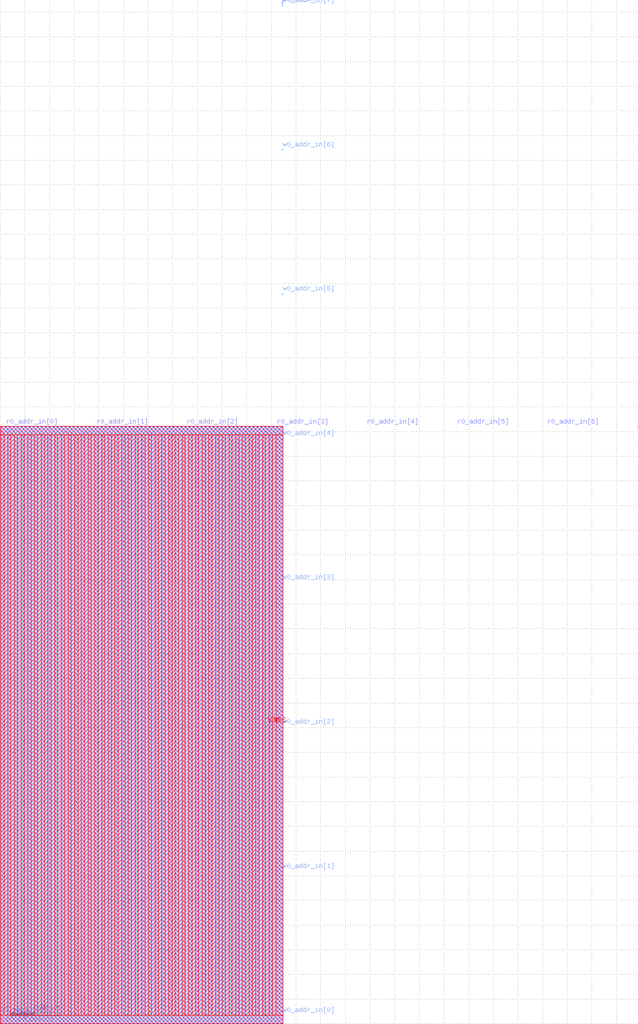
<source format=lef>
VERSION 5.7 ;
BUSBITCHARS "[]" ;
MACRO fakeram_1x256_1r1w
  FOREIGN fakeram_1x256_1r1w 0 0 ;
  SYMMETRY X Y R90 ;
  SIZE 229.540 BY 484.160 ;
  CLASS BLOCK ;
  PIN w0_mask_in[0]
    DIRECTION INPUT ;
    USE SIGNAL ;
    SHAPE ABUTMENT ;
    PORT
      LAYER met3 ;
      RECT 0.000 6.650 0.800 6.950 ;
    END
  END w0_mask_in[0]
  PIN w0_wd_in[0]
    DIRECTION INPUT ;
    USE SIGNAL ;
    SHAPE ABUTMENT ;
    PORT
      LAYER met3 ;
      RECT 0.000 7.330 0.800 7.630 ;
    END
  END w0_wd_in[0]
  PIN r0_rd_out[0]
    DIRECTION OUTPUT ;
    USE SIGNAL ;
    SHAPE ABUTMENT ;
    PORT
      LAYER met2 ;
      RECT 4.530 0.000 4.670 0.350 ;
    END
  END r0_rd_out[0]
  PIN w0_addr_in[0]
    DIRECTION INPUT ;
    USE SIGNAL ;
    SHAPE ABUTMENT ;
    PORT
      LAYER met3 ;
      RECT 228.740 6.650 229.540 6.950 ;
    END
  END w0_addr_in[0]
  PIN w0_addr_in[1]
    DIRECTION INPUT ;
    USE SIGNAL ;
    SHAPE ABUTMENT ;
    PORT
      LAYER met3 ;
      RECT 228.740 123.610 229.540 123.910 ;
    END
  END w0_addr_in[1]
  PIN w0_addr_in[2]
    DIRECTION INPUT ;
    USE SIGNAL ;
    SHAPE ABUTMENT ;
    PORT
      LAYER met3 ;
      RECT 228.740 240.570 229.540 240.870 ;
    END
  END w0_addr_in[2]
  PIN w0_addr_in[3]
    DIRECTION INPUT ;
    USE SIGNAL ;
    SHAPE ABUTMENT ;
    PORT
      LAYER met3 ;
      RECT 228.740 357.530 229.540 357.830 ;
    END
  END w0_addr_in[3]
  PIN w0_addr_in[4]
    DIRECTION INPUT ;
    USE SIGNAL ;
    SHAPE ABUTMENT ;
    PORT
      LAYER met3 ;
      RECT 228.740 474.490 229.540 474.790 ;
    END
  END w0_addr_in[4]
  PIN w0_addr_in[5]
    DIRECTION INPUT ;
    USE SIGNAL ;
    SHAPE ABUTMENT ;
    PORT
      LAYER met3 ;
      RECT 228.740 591.450 229.540 591.750 ;
    END
  END w0_addr_in[5]
  PIN w0_addr_in[6]
    DIRECTION INPUT ;
    USE SIGNAL ;
    SHAPE ABUTMENT ;
    PORT
      LAYER met3 ;
      RECT 228.740 708.410 229.540 708.710 ;
    END
  END w0_addr_in[6]
  PIN w0_addr_in[7]
    DIRECTION INPUT ;
    USE SIGNAL ;
    SHAPE ABUTMENT ;
    PORT
      LAYER met3 ;
      RECT 228.740 825.370 229.540 825.670 ;
    END
  END w0_addr_in[7]
  PIN r0_addr_in[0]
    DIRECTION INPUT ;
    USE SIGNAL ;
    SHAPE ABUTMENT ;
    PORT
      LAYER met2 ;
      RECT 4.530 483.810 4.670 484.160 ;
    END
  END r0_addr_in[0]
  PIN r0_addr_in[1]
    DIRECTION INPUT ;
    USE SIGNAL ;
    SHAPE ABUTMENT ;
    PORT
      LAYER met2 ;
      RECT 77.670 483.810 77.810 484.160 ;
    END
  END r0_addr_in[1]
  PIN r0_addr_in[2]
    DIRECTION INPUT ;
    USE SIGNAL ;
    SHAPE ABUTMENT ;
    PORT
      LAYER met2 ;
      RECT 150.810 483.810 150.950 484.160 ;
    END
  END r0_addr_in[2]
  PIN r0_addr_in[3]
    DIRECTION INPUT ;
    USE SIGNAL ;
    SHAPE ABUTMENT ;
    PORT
      LAYER met2 ;
      RECT 223.950 483.810 224.090 484.160 ;
    END
  END r0_addr_in[3]
  PIN r0_addr_in[4]
    DIRECTION INPUT ;
    USE SIGNAL ;
    SHAPE ABUTMENT ;
    PORT
      LAYER met2 ;
      RECT 297.090 483.810 297.230 484.160 ;
    END
  END r0_addr_in[4]
  PIN r0_addr_in[5]
    DIRECTION INPUT ;
    USE SIGNAL ;
    SHAPE ABUTMENT ;
    PORT
      LAYER met2 ;
      RECT 370.230 483.810 370.370 484.160 ;
    END
  END r0_addr_in[5]
  PIN r0_addr_in[6]
    DIRECTION INPUT ;
    USE SIGNAL ;
    SHAPE ABUTMENT ;
    PORT
      LAYER met2 ;
      RECT 443.370 483.810 443.510 484.160 ;
    END
  END r0_addr_in[6]
  PIN r0_addr_in[7]
    DIRECTION INPUT ;
    USE SIGNAL ;
    SHAPE ABUTMENT ;
    PORT
      LAYER met2 ;
      RECT 516.510 483.810 516.650 484.160 ;
    END
  END r0_addr_in[7]
  PIN w0_we_in
    DIRECTION INPUT ;
    USE SIGNAL ;
    SHAPE ABUTMENT ;
    PORT
      LAYER met3 ;
      RECT 228.740 826.730 229.540 827.030 ;
    END
  END w0_we_in
  PIN w0_ce_in
    DIRECTION INPUT ;
    USE SIGNAL ;
    SHAPE ABUTMENT ;
    PORT
      LAYER met3 ;
      RECT 228.740 828.090 229.540 828.390 ;
    END
  END w0_ce_in
  PIN w0_clk
    DIRECTION INPUT ;
    USE SIGNAL ;
    SHAPE ABUTMENT ;
    PORT
      LAYER met3 ;
      RECT 228.740 829.450 229.540 829.750 ;
    END
  END w0_clk
  PIN r0_ce_in
    DIRECTION INPUT ;
    USE SIGNAL ;
    SHAPE ABUTMENT ;
    PORT
      LAYER met2 ;
      RECT 516.970 483.810 517.110 484.160 ;
    END
  END r0_ce_in
  PIN r0_clk
    DIRECTION INPUT ;
    USE SIGNAL ;
    SHAPE ABUTMENT ;
    PORT
      LAYER met2 ;
      RECT 517.430 483.810 517.570 484.160 ;
    END
  END r0_clk
  PIN VSS
    DIRECTION INOUT ;
    USE GROUND ;
    PORT
      LAYER met4 ;
      RECT 3.240 6.800 5.960 477.360 ;
      RECT 14.120 6.800 16.840 477.360 ;
      RECT 25.000 6.800 27.720 477.360 ;
      RECT 35.880 6.800 38.600 477.360 ;
      RECT 46.760 6.800 49.480 477.360 ;
      RECT 57.640 6.800 60.360 477.360 ;
      RECT 68.520 6.800 71.240 477.360 ;
      RECT 79.400 6.800 82.120 477.360 ;
      RECT 90.280 6.800 93.000 477.360 ;
      RECT 101.160 6.800 103.880 477.360 ;
      RECT 112.040 6.800 114.760 477.360 ;
      RECT 122.920 6.800 125.640 477.360 ;
      RECT 133.800 6.800 136.520 477.360 ;
      RECT 144.680 6.800 147.400 477.360 ;
      RECT 155.560 6.800 158.280 477.360 ;
      RECT 166.440 6.800 169.160 477.360 ;
      RECT 177.320 6.800 180.040 477.360 ;
      RECT 188.200 6.800 190.920 477.360 ;
      RECT 199.080 6.800 201.800 477.360 ;
      RECT 209.960 6.800 212.680 477.360 ;
      RECT 220.840 6.800 223.560 477.360 ;
    END
  END VSS
  PIN VDD
    DIRECTION INOUT ;
    USE POWER ;
    PORT
      LAYER met4 ;
      RECT 8.680 6.800 11.400 477.360 ;
      RECT 19.560 6.800 22.280 477.360 ;
      RECT 30.440 6.800 33.160 477.360 ;
      RECT 41.320 6.800 44.040 477.360 ;
      RECT 52.200 6.800 54.920 477.360 ;
      RECT 63.080 6.800 65.800 477.360 ;
      RECT 73.960 6.800 76.680 477.360 ;
      RECT 84.840 6.800 87.560 477.360 ;
      RECT 95.720 6.800 98.440 477.360 ;
      RECT 106.600 6.800 109.320 477.360 ;
      RECT 117.480 6.800 120.200 477.360 ;
      RECT 128.360 6.800 131.080 477.360 ;
      RECT 139.240 6.800 141.960 477.360 ;
      RECT 150.120 6.800 152.840 477.360 ;
      RECT 161.000 6.800 163.720 477.360 ;
      RECT 171.880 6.800 174.600 477.360 ;
      RECT 182.760 6.800 185.480 477.360 ;
      RECT 193.640 6.800 196.360 477.360 ;
      RECT 204.520 6.800 207.240 477.360 ;
      RECT 215.400 6.800 218.120 477.360 ;
    END
  END VDD
  OBS
    LAYER met1 ;
    RECT 0 0 229.540 484.160 ;
    LAYER met2 ;
    RECT 0 0 229.540 484.160 ;
    LAYER met3 ;
    RECT 0.800 0 229.540 484.160 ;
    LAYER met4 ;
    RECT 0 0 229.540 6.800 ;
    RECT 0 477.360 229.540 484.160 ;
    RECT 0.000 6.800 3.240 477.360 ;
    RECT 5.960 6.800 8.680 477.360 ;
    RECT 11.400 6.800 14.120 477.360 ;
    RECT 16.840 6.800 19.560 477.360 ;
    RECT 22.280 6.800 25.000 477.360 ;
    RECT 27.720 6.800 30.440 477.360 ;
    RECT 33.160 6.800 35.880 477.360 ;
    RECT 38.600 6.800 41.320 477.360 ;
    RECT 44.040 6.800 46.760 477.360 ;
    RECT 49.480 6.800 52.200 477.360 ;
    RECT 54.920 6.800 57.640 477.360 ;
    RECT 60.360 6.800 63.080 477.360 ;
    RECT 65.800 6.800 68.520 477.360 ;
    RECT 71.240 6.800 73.960 477.360 ;
    RECT 76.680 6.800 79.400 477.360 ;
    RECT 82.120 6.800 84.840 477.360 ;
    RECT 87.560 6.800 90.280 477.360 ;
    RECT 93.000 6.800 95.720 477.360 ;
    RECT 98.440 6.800 101.160 477.360 ;
    RECT 103.880 6.800 106.600 477.360 ;
    RECT 109.320 6.800 112.040 477.360 ;
    RECT 114.760 6.800 117.480 477.360 ;
    RECT 120.200 6.800 122.920 477.360 ;
    RECT 125.640 6.800 128.360 477.360 ;
    RECT 131.080 6.800 133.800 477.360 ;
    RECT 136.520 6.800 139.240 477.360 ;
    RECT 141.960 6.800 144.680 477.360 ;
    RECT 147.400 6.800 150.120 477.360 ;
    RECT 152.840 6.800 155.560 477.360 ;
    RECT 158.280 6.800 161.000 477.360 ;
    RECT 163.720 6.800 166.440 477.360 ;
    RECT 169.160 6.800 171.880 477.360 ;
    RECT 174.600 6.800 177.320 477.360 ;
    RECT 180.040 6.800 182.760 477.360 ;
    RECT 185.480 6.800 188.200 477.360 ;
    RECT 190.920 6.800 193.640 477.360 ;
    RECT 196.360 6.800 199.080 477.360 ;
    RECT 201.800 6.800 204.520 477.360 ;
    RECT 207.240 6.800 209.960 477.360 ;
    RECT 212.680 6.800 215.400 477.360 ;
    RECT 218.120 6.800 220.840 477.360 ;
    RECT 223.560 6.800 229.540 477.360 ;
    LAYER OVERLAP ;
    RECT 0 0 229.540 484.160 ;
  END
END fakeram_1x256_1r1w

END LIBRARY

</source>
